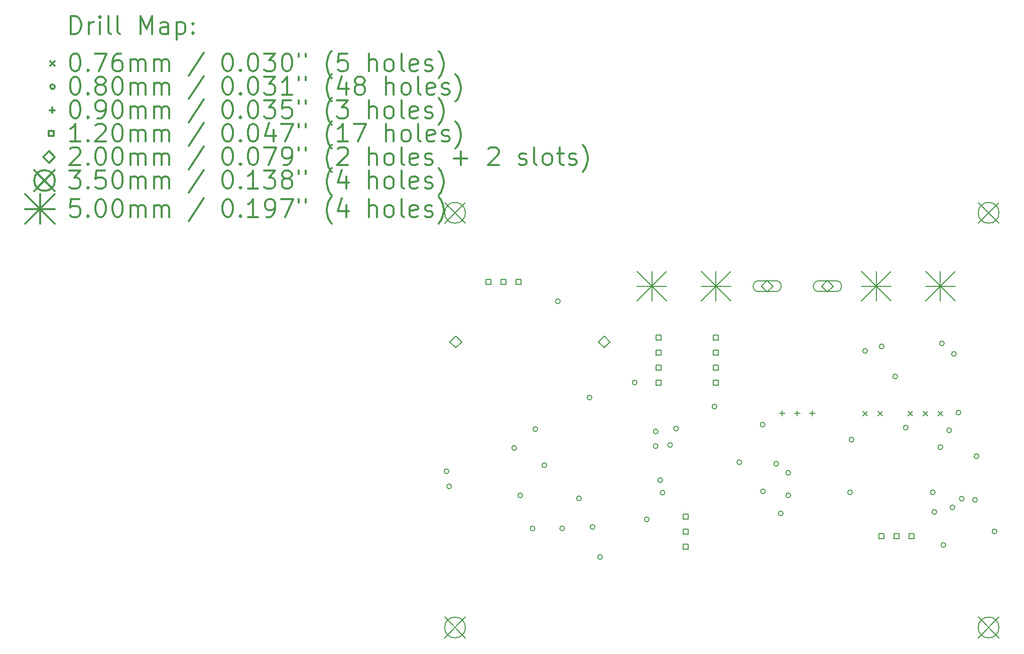
<source format=gbr>
%FSLAX45Y45*%
G04 Gerber Fmt 4.5, Leading zero omitted, Abs format (unit mm)*
G04 Created by KiCad (PCBNEW (2014-11-19 BZR 5293)-product) date Mo 24 Nov 2014 23:56:13 CET*
%MOMM*%
G01*
G04 APERTURE LIST*
%ADD10C,0.127000*%
%ADD11C,0.200000*%
%ADD12C,0.300000*%
G04 APERTURE END LIST*
D10*
D11*
X13627100Y-6832600D02*
X13703300Y-6908800D01*
X13703300Y-6832600D02*
X13627100Y-6908800D01*
X13881100Y-6832600D02*
X13957300Y-6908800D01*
X13957300Y-6832600D02*
X13881100Y-6908800D01*
X14389100Y-6832600D02*
X14465300Y-6908800D01*
X14465300Y-6832600D02*
X14389100Y-6908800D01*
X14643100Y-6832600D02*
X14719300Y-6908800D01*
X14719300Y-6832600D02*
X14643100Y-6908800D01*
X14897100Y-6832600D02*
X14973300Y-6908800D01*
X14973300Y-6832600D02*
X14897100Y-6908800D01*
X6644000Y-7848600D02*
G75*
G03X6644000Y-7848600I-40000J0D01*
G01*
X6688442Y-8102383D02*
G75*
G03X6688442Y-8102383I-40000J0D01*
G01*
X7787000Y-7454900D02*
G75*
G03X7787000Y-7454900I-40000J0D01*
G01*
X7888600Y-8255000D02*
G75*
G03X7888600Y-8255000I-40000J0D01*
G01*
X8095800Y-8813800D02*
G75*
G03X8095800Y-8813800I-40000J0D01*
G01*
X8142600Y-7137400D02*
G75*
G03X8142600Y-7137400I-40000J0D01*
G01*
X8295000Y-7747000D02*
G75*
G03X8295000Y-7747000I-40000J0D01*
G01*
X8523600Y-4978400D02*
G75*
G03X8523600Y-4978400I-40000J0D01*
G01*
X8595800Y-8813800D02*
G75*
G03X8595800Y-8813800I-40000J0D01*
G01*
X8879200Y-8305800D02*
G75*
G03X8879200Y-8305800I-40000J0D01*
G01*
X9057000Y-6604000D02*
G75*
G03X9057000Y-6604000I-40000J0D01*
G01*
X9107800Y-8788400D02*
G75*
G03X9107800Y-8788400I-40000J0D01*
G01*
X9234800Y-9296400D02*
G75*
G03X9234800Y-9296400I-40000J0D01*
G01*
X9819000Y-6350000D02*
G75*
G03X9819000Y-6350000I-40000J0D01*
G01*
X10022200Y-8661400D02*
G75*
G03X10022200Y-8661400I-40000J0D01*
G01*
X10172414Y-7423183D02*
G75*
G03X10172414Y-7423183I-40000J0D01*
G01*
X10174600Y-7175500D02*
G75*
G03X10174600Y-7175500I-40000J0D01*
G01*
X10248639Y-7997926D02*
G75*
G03X10248639Y-7997926I-40000J0D01*
G01*
X10288880Y-8208780D02*
G75*
G03X10288880Y-8208780I-40000J0D01*
G01*
X10415900Y-7404100D02*
G75*
G03X10415900Y-7404100I-40000J0D01*
G01*
X10518532Y-7126433D02*
G75*
G03X10518532Y-7126433I-40000J0D01*
G01*
X11165200Y-6756400D02*
G75*
G03X11165200Y-6756400I-40000J0D01*
G01*
X11584300Y-7696200D02*
G75*
G03X11584300Y-7696200I-40000J0D01*
G01*
X11978000Y-7061200D02*
G75*
G03X11978000Y-7061200I-40000J0D01*
G01*
X11982994Y-8188193D02*
G75*
G03X11982994Y-8188193I-40000J0D01*
G01*
X12206600Y-7721600D02*
G75*
G03X12206600Y-7721600I-40000J0D01*
G01*
X12282800Y-8559800D02*
G75*
G03X12282800Y-8559800I-40000J0D01*
G01*
X12409800Y-7874000D02*
G75*
G03X12409800Y-7874000I-40000J0D01*
G01*
X12409800Y-8255000D02*
G75*
G03X12409800Y-8255000I-40000J0D01*
G01*
X13451200Y-8204200D02*
G75*
G03X13451200Y-8204200I-40000J0D01*
G01*
X13476600Y-7315200D02*
G75*
G03X13476600Y-7315200I-40000J0D01*
G01*
X13705200Y-5816600D02*
G75*
G03X13705200Y-5816600I-40000J0D01*
G01*
X13984600Y-5740400D02*
G75*
G03X13984600Y-5740400I-40000J0D01*
G01*
X14213200Y-6248400D02*
G75*
G03X14213200Y-6248400I-40000J0D01*
G01*
X14391000Y-7112000D02*
G75*
G03X14391000Y-7112000I-40000J0D01*
G01*
X14848200Y-8204200D02*
G75*
G03X14848200Y-8204200I-40000J0D01*
G01*
X14873600Y-8534400D02*
G75*
G03X14873600Y-8534400I-40000J0D01*
G01*
X14975200Y-7442200D02*
G75*
G03X14975200Y-7442200I-40000J0D01*
G01*
X15000600Y-5689600D02*
G75*
G03X15000600Y-5689600I-40000J0D01*
G01*
X15026000Y-9093200D02*
G75*
G03X15026000Y-9093200I-40000J0D01*
G01*
X15123800Y-7156896D02*
G75*
G03X15123800Y-7156896I-40000J0D01*
G01*
X15178400Y-8458200D02*
G75*
G03X15178400Y-8458200I-40000J0D01*
G01*
X15203800Y-5867400D02*
G75*
G03X15203800Y-5867400I-40000J0D01*
G01*
X15280000Y-6858000D02*
G75*
G03X15280000Y-6858000I-40000J0D01*
G01*
X15335479Y-8310479D02*
G75*
G03X15335479Y-8310479I-40000J0D01*
G01*
X15559400Y-8331200D02*
G75*
G03X15559400Y-8331200I-40000J0D01*
G01*
X15584800Y-7594600D02*
G75*
G03X15584800Y-7594600I-40000J0D01*
G01*
X15889600Y-8864600D02*
G75*
G03X15889600Y-8864600I-40000J0D01*
G01*
X12268200Y-6825700D02*
X12268200Y-6915700D01*
X12223200Y-6870700D02*
X12313200Y-6870700D01*
X12522200Y-6825700D02*
X12522200Y-6915700D01*
X12477200Y-6870700D02*
X12567200Y-6870700D01*
X12776200Y-6825700D02*
X12776200Y-6915700D01*
X12731200Y-6870700D02*
X12821200Y-6870700D01*
X7357587Y-4690587D02*
X7357587Y-4605813D01*
X7272813Y-4605813D01*
X7272813Y-4690587D01*
X7357587Y-4690587D01*
X7611587Y-4690587D02*
X7611587Y-4605813D01*
X7526813Y-4605813D01*
X7526813Y-4690587D01*
X7611587Y-4690587D01*
X7865587Y-4690587D02*
X7865587Y-4605813D01*
X7780813Y-4605813D01*
X7780813Y-4690587D01*
X7865587Y-4690587D01*
X10227787Y-5630387D02*
X10227787Y-5545613D01*
X10143013Y-5545613D01*
X10143013Y-5630387D01*
X10227787Y-5630387D01*
X10227787Y-5884387D02*
X10227787Y-5799613D01*
X10143013Y-5799613D01*
X10143013Y-5884387D01*
X10227787Y-5884387D01*
X10227787Y-6138387D02*
X10227787Y-6053613D01*
X10143013Y-6053613D01*
X10143013Y-6138387D01*
X10227787Y-6138387D01*
X10227787Y-6392387D02*
X10227787Y-6307613D01*
X10143013Y-6307613D01*
X10143013Y-6392387D01*
X10227787Y-6392387D01*
X10684987Y-8652987D02*
X10684987Y-8568213D01*
X10600213Y-8568213D01*
X10600213Y-8652987D01*
X10684987Y-8652987D01*
X10684987Y-8906987D02*
X10684987Y-8822213D01*
X10600213Y-8822213D01*
X10600213Y-8906987D01*
X10684987Y-8906987D01*
X10684987Y-9160987D02*
X10684987Y-9076213D01*
X10600213Y-9076213D01*
X10600213Y-9160987D01*
X10684987Y-9160987D01*
X11192987Y-5630387D02*
X11192987Y-5545613D01*
X11108213Y-5545613D01*
X11108213Y-5630387D01*
X11192987Y-5630387D01*
X11192987Y-5884387D02*
X11192987Y-5799613D01*
X11108213Y-5799613D01*
X11108213Y-5884387D01*
X11192987Y-5884387D01*
X11192987Y-6138387D02*
X11192987Y-6053613D01*
X11108213Y-6053613D01*
X11108213Y-6138387D01*
X11192987Y-6138387D01*
X11192987Y-6392387D02*
X11192987Y-6307613D01*
X11108213Y-6307613D01*
X11108213Y-6392387D01*
X11192987Y-6392387D01*
X13986987Y-8983187D02*
X13986987Y-8898413D01*
X13902213Y-8898413D01*
X13902213Y-8983187D01*
X13986987Y-8983187D01*
X14240987Y-8983187D02*
X14240987Y-8898413D01*
X14156213Y-8898413D01*
X14156213Y-8983187D01*
X14240987Y-8983187D01*
X14494987Y-8983187D02*
X14494987Y-8898413D01*
X14410213Y-8898413D01*
X14410213Y-8983187D01*
X14494987Y-8983187D01*
X6763766Y-5764200D02*
X6863766Y-5664200D01*
X6763766Y-5564200D01*
X6663766Y-5664200D01*
X6763766Y-5764200D01*
X9263634Y-5764200D02*
X9363634Y-5664200D01*
X9263634Y-5564200D01*
X9163634Y-5664200D01*
X9263634Y-5764200D01*
X12014200Y-4824400D02*
X12114200Y-4724400D01*
X12014200Y-4624400D01*
X11914200Y-4724400D01*
X12014200Y-4824400D01*
X11864200Y-4814400D02*
X12164200Y-4814400D01*
X11864200Y-4634400D02*
X12164200Y-4634400D01*
X12164200Y-4814400D02*
G75*
G03X12164200Y-4634400I0J90000D01*
G01*
X11864200Y-4634400D02*
G75*
G03X11864200Y-4814400I0J-90000D01*
G01*
X13030200Y-4824400D02*
X13130200Y-4724400D01*
X13030200Y-4624400D01*
X12930200Y-4724400D01*
X13030200Y-4824400D01*
X12880200Y-4814400D02*
X13180200Y-4814400D01*
X12880200Y-4634400D02*
X13180200Y-4634400D01*
X13180200Y-4814400D02*
G75*
G03X13180200Y-4634400I0J90000D01*
G01*
X12880200Y-4634400D02*
G75*
G03X12880200Y-4814400I0J-90000D01*
G01*
X6573520Y-3310382D02*
X6923532Y-3660394D01*
X6923532Y-3310382D02*
X6573520Y-3660394D01*
X6923532Y-3485388D02*
G75*
G03X6923532Y-3485388I-175006J0D01*
G01*
X6573520Y-10310368D02*
X6923532Y-10660380D01*
X6923532Y-10310368D02*
X6573520Y-10660380D01*
X6923532Y-10485374D02*
G75*
G03X6923532Y-10485374I-175006J0D01*
G01*
X15573502Y-3310382D02*
X15923514Y-3660394D01*
X15923514Y-3310382D02*
X15573502Y-3660394D01*
X15923514Y-3485388D02*
G75*
G03X15923514Y-3485388I-175006J0D01*
G01*
X15573502Y-10310368D02*
X15923514Y-10660380D01*
X15923514Y-10310368D02*
X15573502Y-10660380D01*
X15923514Y-10485374D02*
G75*
G03X15923514Y-10485374I-175006J0D01*
G01*
X9821100Y-4474400D02*
X10321100Y-4974400D01*
X10321100Y-4474400D02*
X9821100Y-4974400D01*
X10071100Y-4474400D02*
X10071100Y-4974400D01*
X9821100Y-4724400D02*
X10321100Y-4724400D01*
X10900600Y-4474400D02*
X11400600Y-4974400D01*
X11400600Y-4474400D02*
X10900600Y-4974400D01*
X11150600Y-4474400D02*
X11150600Y-4974400D01*
X10900600Y-4724400D02*
X11400600Y-4724400D01*
X13605700Y-4474400D02*
X14105700Y-4974400D01*
X14105700Y-4474400D02*
X13605700Y-4974400D01*
X13855700Y-4474400D02*
X13855700Y-4974400D01*
X13605700Y-4724400D02*
X14105700Y-4724400D01*
X14685200Y-4474400D02*
X15185200Y-4974400D01*
X15185200Y-4474400D02*
X14685200Y-4974400D01*
X14935200Y-4474400D02*
X14935200Y-4974400D01*
X14685200Y-4724400D02*
X15185200Y-4724400D01*
D12*
X271429Y-465714D02*
X271429Y-165714D01*
X342857Y-165714D01*
X385714Y-180000D01*
X414286Y-208571D01*
X428571Y-237143D01*
X442857Y-294286D01*
X442857Y-337143D01*
X428571Y-394286D01*
X414286Y-422857D01*
X385714Y-451429D01*
X342857Y-465714D01*
X271429Y-465714D01*
X571429Y-465714D02*
X571429Y-265714D01*
X571429Y-322857D02*
X585714Y-294286D01*
X600000Y-280000D01*
X628571Y-265714D01*
X657143Y-265714D01*
X757143Y-465714D02*
X757143Y-265714D01*
X757143Y-165714D02*
X742857Y-180000D01*
X757143Y-194286D01*
X771429Y-180000D01*
X757143Y-165714D01*
X757143Y-194286D01*
X942857Y-465714D02*
X914286Y-451429D01*
X900000Y-422857D01*
X900000Y-165714D01*
X1100000Y-465714D02*
X1071429Y-451429D01*
X1057143Y-422857D01*
X1057143Y-165714D01*
X1442857Y-465714D02*
X1442857Y-165714D01*
X1542857Y-380000D01*
X1642857Y-165714D01*
X1642857Y-465714D01*
X1914286Y-465714D02*
X1914286Y-308571D01*
X1900000Y-280000D01*
X1871429Y-265714D01*
X1814286Y-265714D01*
X1785714Y-280000D01*
X1914286Y-451429D02*
X1885714Y-465714D01*
X1814286Y-465714D01*
X1785714Y-451429D01*
X1771429Y-422857D01*
X1771429Y-394286D01*
X1785714Y-365714D01*
X1814286Y-351429D01*
X1885714Y-351429D01*
X1914286Y-337143D01*
X2057143Y-265714D02*
X2057143Y-565714D01*
X2057143Y-280000D02*
X2085714Y-265714D01*
X2142857Y-265714D01*
X2171429Y-280000D01*
X2185714Y-294286D01*
X2200000Y-322857D01*
X2200000Y-408571D01*
X2185714Y-437143D01*
X2171429Y-451429D01*
X2142857Y-465714D01*
X2085714Y-465714D01*
X2057143Y-451429D01*
X2328572Y-437143D02*
X2342857Y-451429D01*
X2328572Y-465714D01*
X2314286Y-451429D01*
X2328572Y-437143D01*
X2328572Y-465714D01*
X2328572Y-280000D02*
X2342857Y-294286D01*
X2328572Y-308571D01*
X2314286Y-294286D01*
X2328572Y-280000D01*
X2328572Y-308571D01*
X-76200Y-921900D02*
X0Y-998100D01*
X0Y-921900D02*
X-76200Y-998100D01*
X328571Y-795714D02*
X357143Y-795714D01*
X385714Y-810000D01*
X400000Y-824286D01*
X414286Y-852857D01*
X428571Y-910000D01*
X428571Y-981429D01*
X414286Y-1038571D01*
X400000Y-1067143D01*
X385714Y-1081429D01*
X357143Y-1095714D01*
X328571Y-1095714D01*
X300000Y-1081429D01*
X285714Y-1067143D01*
X271429Y-1038571D01*
X257143Y-981429D01*
X257143Y-910000D01*
X271429Y-852857D01*
X285714Y-824286D01*
X300000Y-810000D01*
X328571Y-795714D01*
X557143Y-1067143D02*
X571429Y-1081429D01*
X557143Y-1095714D01*
X542857Y-1081429D01*
X557143Y-1067143D01*
X557143Y-1095714D01*
X671429Y-795714D02*
X871428Y-795714D01*
X742857Y-1095714D01*
X1114286Y-795714D02*
X1057143Y-795714D01*
X1028571Y-810000D01*
X1014286Y-824286D01*
X985714Y-867143D01*
X971429Y-924286D01*
X971429Y-1038571D01*
X985714Y-1067143D01*
X1000000Y-1081429D01*
X1028571Y-1095714D01*
X1085714Y-1095714D01*
X1114286Y-1081429D01*
X1128571Y-1067143D01*
X1142857Y-1038571D01*
X1142857Y-967143D01*
X1128571Y-938571D01*
X1114286Y-924286D01*
X1085714Y-910000D01*
X1028571Y-910000D01*
X1000000Y-924286D01*
X985714Y-938571D01*
X971429Y-967143D01*
X1271429Y-1095714D02*
X1271429Y-895714D01*
X1271429Y-924286D02*
X1285714Y-910000D01*
X1314286Y-895714D01*
X1357143Y-895714D01*
X1385714Y-910000D01*
X1400000Y-938571D01*
X1400000Y-1095714D01*
X1400000Y-938571D02*
X1414286Y-910000D01*
X1442857Y-895714D01*
X1485714Y-895714D01*
X1514286Y-910000D01*
X1528571Y-938571D01*
X1528571Y-1095714D01*
X1671429Y-1095714D02*
X1671429Y-895714D01*
X1671429Y-924286D02*
X1685714Y-910000D01*
X1714286Y-895714D01*
X1757143Y-895714D01*
X1785714Y-910000D01*
X1800000Y-938571D01*
X1800000Y-1095714D01*
X1800000Y-938571D02*
X1814286Y-910000D01*
X1842857Y-895714D01*
X1885714Y-895714D01*
X1914286Y-910000D01*
X1928571Y-938571D01*
X1928571Y-1095714D01*
X2514286Y-781429D02*
X2257143Y-1167143D01*
X2900000Y-795714D02*
X2928571Y-795714D01*
X2957143Y-810000D01*
X2971428Y-824286D01*
X2985714Y-852857D01*
X3000000Y-910000D01*
X3000000Y-981429D01*
X2985714Y-1038571D01*
X2971428Y-1067143D01*
X2957143Y-1081429D01*
X2928571Y-1095714D01*
X2900000Y-1095714D01*
X2871428Y-1081429D01*
X2857143Y-1067143D01*
X2842857Y-1038571D01*
X2828571Y-981429D01*
X2828571Y-910000D01*
X2842857Y-852857D01*
X2857143Y-824286D01*
X2871428Y-810000D01*
X2900000Y-795714D01*
X3128571Y-1067143D02*
X3142857Y-1081429D01*
X3128571Y-1095714D01*
X3114286Y-1081429D01*
X3128571Y-1067143D01*
X3128571Y-1095714D01*
X3328571Y-795714D02*
X3357143Y-795714D01*
X3385714Y-810000D01*
X3400000Y-824286D01*
X3414286Y-852857D01*
X3428571Y-910000D01*
X3428571Y-981429D01*
X3414286Y-1038571D01*
X3400000Y-1067143D01*
X3385714Y-1081429D01*
X3357143Y-1095714D01*
X3328571Y-1095714D01*
X3300000Y-1081429D01*
X3285714Y-1067143D01*
X3271428Y-1038571D01*
X3257143Y-981429D01*
X3257143Y-910000D01*
X3271428Y-852857D01*
X3285714Y-824286D01*
X3300000Y-810000D01*
X3328571Y-795714D01*
X3528571Y-795714D02*
X3714286Y-795714D01*
X3614286Y-910000D01*
X3657143Y-910000D01*
X3685714Y-924286D01*
X3700000Y-938571D01*
X3714286Y-967143D01*
X3714286Y-1038571D01*
X3700000Y-1067143D01*
X3685714Y-1081429D01*
X3657143Y-1095714D01*
X3571428Y-1095714D01*
X3542857Y-1081429D01*
X3528571Y-1067143D01*
X3900000Y-795714D02*
X3928571Y-795714D01*
X3957143Y-810000D01*
X3971428Y-824286D01*
X3985714Y-852857D01*
X4000000Y-910000D01*
X4000000Y-981429D01*
X3985714Y-1038571D01*
X3971428Y-1067143D01*
X3957143Y-1081429D01*
X3928571Y-1095714D01*
X3900000Y-1095714D01*
X3871428Y-1081429D01*
X3857143Y-1067143D01*
X3842857Y-1038571D01*
X3828571Y-981429D01*
X3828571Y-910000D01*
X3842857Y-852857D01*
X3857143Y-824286D01*
X3871428Y-810000D01*
X3900000Y-795714D01*
X4114286Y-795714D02*
X4114286Y-852857D01*
X4228571Y-795714D02*
X4228571Y-852857D01*
X4671429Y-1210000D02*
X4657143Y-1195714D01*
X4628571Y-1152857D01*
X4614286Y-1124286D01*
X4600000Y-1081429D01*
X4585714Y-1010000D01*
X4585714Y-952857D01*
X4600000Y-881429D01*
X4614286Y-838571D01*
X4628571Y-810000D01*
X4657143Y-767143D01*
X4671429Y-752857D01*
X4928571Y-795714D02*
X4785714Y-795714D01*
X4771429Y-938571D01*
X4785714Y-924286D01*
X4814286Y-910000D01*
X4885714Y-910000D01*
X4914286Y-924286D01*
X4928571Y-938571D01*
X4942857Y-967143D01*
X4942857Y-1038571D01*
X4928571Y-1067143D01*
X4914286Y-1081429D01*
X4885714Y-1095714D01*
X4814286Y-1095714D01*
X4785714Y-1081429D01*
X4771429Y-1067143D01*
X5300000Y-1095714D02*
X5300000Y-795714D01*
X5428571Y-1095714D02*
X5428571Y-938571D01*
X5414286Y-910000D01*
X5385714Y-895714D01*
X5342857Y-895714D01*
X5314286Y-910000D01*
X5300000Y-924286D01*
X5614286Y-1095714D02*
X5585714Y-1081429D01*
X5571429Y-1067143D01*
X5557143Y-1038571D01*
X5557143Y-952857D01*
X5571429Y-924286D01*
X5585714Y-910000D01*
X5614286Y-895714D01*
X5657143Y-895714D01*
X5685714Y-910000D01*
X5700000Y-924286D01*
X5714286Y-952857D01*
X5714286Y-1038571D01*
X5700000Y-1067143D01*
X5685714Y-1081429D01*
X5657143Y-1095714D01*
X5614286Y-1095714D01*
X5885714Y-1095714D02*
X5857143Y-1081429D01*
X5842857Y-1052857D01*
X5842857Y-795714D01*
X6114286Y-1081429D02*
X6085714Y-1095714D01*
X6028571Y-1095714D01*
X6000000Y-1081429D01*
X5985714Y-1052857D01*
X5985714Y-938571D01*
X6000000Y-910000D01*
X6028571Y-895714D01*
X6085714Y-895714D01*
X6114286Y-910000D01*
X6128571Y-938571D01*
X6128571Y-967143D01*
X5985714Y-995714D01*
X6242857Y-1081429D02*
X6271429Y-1095714D01*
X6328571Y-1095714D01*
X6357143Y-1081429D01*
X6371429Y-1052857D01*
X6371429Y-1038571D01*
X6357143Y-1010000D01*
X6328571Y-995714D01*
X6285714Y-995714D01*
X6257143Y-981429D01*
X6242857Y-952857D01*
X6242857Y-938571D01*
X6257143Y-910000D01*
X6285714Y-895714D01*
X6328571Y-895714D01*
X6357143Y-910000D01*
X6471428Y-1210000D02*
X6485714Y-1195714D01*
X6514286Y-1152857D01*
X6528571Y-1124286D01*
X6542857Y-1081429D01*
X6557143Y-1010000D01*
X6557143Y-952857D01*
X6542857Y-881429D01*
X6528571Y-838571D01*
X6514286Y-810000D01*
X6485714Y-767143D01*
X6471428Y-752857D01*
X0Y-1356000D02*
G75*
G03X0Y-1356000I-40000J0D01*
G01*
X328571Y-1191714D02*
X357143Y-1191714D01*
X385714Y-1206000D01*
X400000Y-1220286D01*
X414286Y-1248857D01*
X428571Y-1306000D01*
X428571Y-1377429D01*
X414286Y-1434571D01*
X400000Y-1463143D01*
X385714Y-1477429D01*
X357143Y-1491714D01*
X328571Y-1491714D01*
X300000Y-1477429D01*
X285714Y-1463143D01*
X271429Y-1434571D01*
X257143Y-1377429D01*
X257143Y-1306000D01*
X271429Y-1248857D01*
X285714Y-1220286D01*
X300000Y-1206000D01*
X328571Y-1191714D01*
X557143Y-1463143D02*
X571429Y-1477429D01*
X557143Y-1491714D01*
X542857Y-1477429D01*
X557143Y-1463143D01*
X557143Y-1491714D01*
X742857Y-1320286D02*
X714286Y-1306000D01*
X700000Y-1291714D01*
X685714Y-1263143D01*
X685714Y-1248857D01*
X700000Y-1220286D01*
X714286Y-1206000D01*
X742857Y-1191714D01*
X800000Y-1191714D01*
X828571Y-1206000D01*
X842857Y-1220286D01*
X857143Y-1248857D01*
X857143Y-1263143D01*
X842857Y-1291714D01*
X828571Y-1306000D01*
X800000Y-1320286D01*
X742857Y-1320286D01*
X714286Y-1334571D01*
X700000Y-1348857D01*
X685714Y-1377429D01*
X685714Y-1434571D01*
X700000Y-1463143D01*
X714286Y-1477429D01*
X742857Y-1491714D01*
X800000Y-1491714D01*
X828571Y-1477429D01*
X842857Y-1463143D01*
X857143Y-1434571D01*
X857143Y-1377429D01*
X842857Y-1348857D01*
X828571Y-1334571D01*
X800000Y-1320286D01*
X1042857Y-1191714D02*
X1071429Y-1191714D01*
X1100000Y-1206000D01*
X1114286Y-1220286D01*
X1128571Y-1248857D01*
X1142857Y-1306000D01*
X1142857Y-1377429D01*
X1128571Y-1434571D01*
X1114286Y-1463143D01*
X1100000Y-1477429D01*
X1071429Y-1491714D01*
X1042857Y-1491714D01*
X1014286Y-1477429D01*
X1000000Y-1463143D01*
X985714Y-1434571D01*
X971429Y-1377429D01*
X971429Y-1306000D01*
X985714Y-1248857D01*
X1000000Y-1220286D01*
X1014286Y-1206000D01*
X1042857Y-1191714D01*
X1271429Y-1491714D02*
X1271429Y-1291714D01*
X1271429Y-1320286D02*
X1285714Y-1306000D01*
X1314286Y-1291714D01*
X1357143Y-1291714D01*
X1385714Y-1306000D01*
X1400000Y-1334571D01*
X1400000Y-1491714D01*
X1400000Y-1334571D02*
X1414286Y-1306000D01*
X1442857Y-1291714D01*
X1485714Y-1291714D01*
X1514286Y-1306000D01*
X1528571Y-1334571D01*
X1528571Y-1491714D01*
X1671429Y-1491714D02*
X1671429Y-1291714D01*
X1671429Y-1320286D02*
X1685714Y-1306000D01*
X1714286Y-1291714D01*
X1757143Y-1291714D01*
X1785714Y-1306000D01*
X1800000Y-1334571D01*
X1800000Y-1491714D01*
X1800000Y-1334571D02*
X1814286Y-1306000D01*
X1842857Y-1291714D01*
X1885714Y-1291714D01*
X1914286Y-1306000D01*
X1928571Y-1334571D01*
X1928571Y-1491714D01*
X2514286Y-1177429D02*
X2257143Y-1563143D01*
X2900000Y-1191714D02*
X2928571Y-1191714D01*
X2957143Y-1206000D01*
X2971428Y-1220286D01*
X2985714Y-1248857D01*
X3000000Y-1306000D01*
X3000000Y-1377429D01*
X2985714Y-1434571D01*
X2971428Y-1463143D01*
X2957143Y-1477429D01*
X2928571Y-1491714D01*
X2900000Y-1491714D01*
X2871428Y-1477429D01*
X2857143Y-1463143D01*
X2842857Y-1434571D01*
X2828571Y-1377429D01*
X2828571Y-1306000D01*
X2842857Y-1248857D01*
X2857143Y-1220286D01*
X2871428Y-1206000D01*
X2900000Y-1191714D01*
X3128571Y-1463143D02*
X3142857Y-1477429D01*
X3128571Y-1491714D01*
X3114286Y-1477429D01*
X3128571Y-1463143D01*
X3128571Y-1491714D01*
X3328571Y-1191714D02*
X3357143Y-1191714D01*
X3385714Y-1206000D01*
X3400000Y-1220286D01*
X3414286Y-1248857D01*
X3428571Y-1306000D01*
X3428571Y-1377429D01*
X3414286Y-1434571D01*
X3400000Y-1463143D01*
X3385714Y-1477429D01*
X3357143Y-1491714D01*
X3328571Y-1491714D01*
X3300000Y-1477429D01*
X3285714Y-1463143D01*
X3271428Y-1434571D01*
X3257143Y-1377429D01*
X3257143Y-1306000D01*
X3271428Y-1248857D01*
X3285714Y-1220286D01*
X3300000Y-1206000D01*
X3328571Y-1191714D01*
X3528571Y-1191714D02*
X3714286Y-1191714D01*
X3614286Y-1306000D01*
X3657143Y-1306000D01*
X3685714Y-1320286D01*
X3700000Y-1334571D01*
X3714286Y-1363143D01*
X3714286Y-1434571D01*
X3700000Y-1463143D01*
X3685714Y-1477429D01*
X3657143Y-1491714D01*
X3571428Y-1491714D01*
X3542857Y-1477429D01*
X3528571Y-1463143D01*
X4000000Y-1491714D02*
X3828571Y-1491714D01*
X3914286Y-1491714D02*
X3914286Y-1191714D01*
X3885714Y-1234571D01*
X3857143Y-1263143D01*
X3828571Y-1277429D01*
X4114286Y-1191714D02*
X4114286Y-1248857D01*
X4228571Y-1191714D02*
X4228571Y-1248857D01*
X4671429Y-1606000D02*
X4657143Y-1591714D01*
X4628571Y-1548857D01*
X4614286Y-1520286D01*
X4600000Y-1477429D01*
X4585714Y-1406000D01*
X4585714Y-1348857D01*
X4600000Y-1277429D01*
X4614286Y-1234571D01*
X4628571Y-1206000D01*
X4657143Y-1163143D01*
X4671429Y-1148857D01*
X4914286Y-1291714D02*
X4914286Y-1491714D01*
X4842857Y-1177429D02*
X4771429Y-1391714D01*
X4957143Y-1391714D01*
X5114286Y-1320286D02*
X5085714Y-1306000D01*
X5071429Y-1291714D01*
X5057143Y-1263143D01*
X5057143Y-1248857D01*
X5071429Y-1220286D01*
X5085714Y-1206000D01*
X5114286Y-1191714D01*
X5171429Y-1191714D01*
X5200000Y-1206000D01*
X5214286Y-1220286D01*
X5228571Y-1248857D01*
X5228571Y-1263143D01*
X5214286Y-1291714D01*
X5200000Y-1306000D01*
X5171429Y-1320286D01*
X5114286Y-1320286D01*
X5085714Y-1334571D01*
X5071429Y-1348857D01*
X5057143Y-1377429D01*
X5057143Y-1434571D01*
X5071429Y-1463143D01*
X5085714Y-1477429D01*
X5114286Y-1491714D01*
X5171429Y-1491714D01*
X5200000Y-1477429D01*
X5214286Y-1463143D01*
X5228571Y-1434571D01*
X5228571Y-1377429D01*
X5214286Y-1348857D01*
X5200000Y-1334571D01*
X5171429Y-1320286D01*
X5585714Y-1491714D02*
X5585714Y-1191714D01*
X5714286Y-1491714D02*
X5714286Y-1334571D01*
X5700000Y-1306000D01*
X5671428Y-1291714D01*
X5628571Y-1291714D01*
X5600000Y-1306000D01*
X5585714Y-1320286D01*
X5900000Y-1491714D02*
X5871428Y-1477429D01*
X5857143Y-1463143D01*
X5842857Y-1434571D01*
X5842857Y-1348857D01*
X5857143Y-1320286D01*
X5871428Y-1306000D01*
X5900000Y-1291714D01*
X5942857Y-1291714D01*
X5971428Y-1306000D01*
X5985714Y-1320286D01*
X6000000Y-1348857D01*
X6000000Y-1434571D01*
X5985714Y-1463143D01*
X5971428Y-1477429D01*
X5942857Y-1491714D01*
X5900000Y-1491714D01*
X6171428Y-1491714D02*
X6142857Y-1477429D01*
X6128571Y-1448857D01*
X6128571Y-1191714D01*
X6400000Y-1477429D02*
X6371429Y-1491714D01*
X6314286Y-1491714D01*
X6285714Y-1477429D01*
X6271429Y-1448857D01*
X6271429Y-1334571D01*
X6285714Y-1306000D01*
X6314286Y-1291714D01*
X6371429Y-1291714D01*
X6400000Y-1306000D01*
X6414286Y-1334571D01*
X6414286Y-1363143D01*
X6271429Y-1391714D01*
X6528571Y-1477429D02*
X6557143Y-1491714D01*
X6614286Y-1491714D01*
X6642857Y-1477429D01*
X6657143Y-1448857D01*
X6657143Y-1434571D01*
X6642857Y-1406000D01*
X6614286Y-1391714D01*
X6571429Y-1391714D01*
X6542857Y-1377429D01*
X6528571Y-1348857D01*
X6528571Y-1334571D01*
X6542857Y-1306000D01*
X6571429Y-1291714D01*
X6614286Y-1291714D01*
X6642857Y-1306000D01*
X6757143Y-1606000D02*
X6771429Y-1591714D01*
X6800000Y-1548857D01*
X6814286Y-1520286D01*
X6828571Y-1477429D01*
X6842857Y-1406000D01*
X6842857Y-1348857D01*
X6828571Y-1277429D01*
X6814286Y-1234571D01*
X6800000Y-1206000D01*
X6771429Y-1163143D01*
X6757143Y-1148857D01*
X-45000Y-1707000D02*
X-45000Y-1797000D01*
X-90000Y-1752000D02*
X0Y-1752000D01*
X328571Y-1587714D02*
X357143Y-1587714D01*
X385714Y-1602000D01*
X400000Y-1616286D01*
X414286Y-1644857D01*
X428571Y-1702000D01*
X428571Y-1773429D01*
X414286Y-1830571D01*
X400000Y-1859143D01*
X385714Y-1873429D01*
X357143Y-1887714D01*
X328571Y-1887714D01*
X300000Y-1873429D01*
X285714Y-1859143D01*
X271429Y-1830571D01*
X257143Y-1773429D01*
X257143Y-1702000D01*
X271429Y-1644857D01*
X285714Y-1616286D01*
X300000Y-1602000D01*
X328571Y-1587714D01*
X557143Y-1859143D02*
X571429Y-1873429D01*
X557143Y-1887714D01*
X542857Y-1873429D01*
X557143Y-1859143D01*
X557143Y-1887714D01*
X714286Y-1887714D02*
X771428Y-1887714D01*
X800000Y-1873429D01*
X814286Y-1859143D01*
X842857Y-1816286D01*
X857143Y-1759143D01*
X857143Y-1644857D01*
X842857Y-1616286D01*
X828571Y-1602000D01*
X800000Y-1587714D01*
X742857Y-1587714D01*
X714286Y-1602000D01*
X700000Y-1616286D01*
X685714Y-1644857D01*
X685714Y-1716286D01*
X700000Y-1744857D01*
X714286Y-1759143D01*
X742857Y-1773429D01*
X800000Y-1773429D01*
X828571Y-1759143D01*
X842857Y-1744857D01*
X857143Y-1716286D01*
X1042857Y-1587714D02*
X1071429Y-1587714D01*
X1100000Y-1602000D01*
X1114286Y-1616286D01*
X1128571Y-1644857D01*
X1142857Y-1702000D01*
X1142857Y-1773429D01*
X1128571Y-1830571D01*
X1114286Y-1859143D01*
X1100000Y-1873429D01*
X1071429Y-1887714D01*
X1042857Y-1887714D01*
X1014286Y-1873429D01*
X1000000Y-1859143D01*
X985714Y-1830571D01*
X971429Y-1773429D01*
X971429Y-1702000D01*
X985714Y-1644857D01*
X1000000Y-1616286D01*
X1014286Y-1602000D01*
X1042857Y-1587714D01*
X1271429Y-1887714D02*
X1271429Y-1687714D01*
X1271429Y-1716286D02*
X1285714Y-1702000D01*
X1314286Y-1687714D01*
X1357143Y-1687714D01*
X1385714Y-1702000D01*
X1400000Y-1730571D01*
X1400000Y-1887714D01*
X1400000Y-1730571D02*
X1414286Y-1702000D01*
X1442857Y-1687714D01*
X1485714Y-1687714D01*
X1514286Y-1702000D01*
X1528571Y-1730571D01*
X1528571Y-1887714D01*
X1671429Y-1887714D02*
X1671429Y-1687714D01*
X1671429Y-1716286D02*
X1685714Y-1702000D01*
X1714286Y-1687714D01*
X1757143Y-1687714D01*
X1785714Y-1702000D01*
X1800000Y-1730571D01*
X1800000Y-1887714D01*
X1800000Y-1730571D02*
X1814286Y-1702000D01*
X1842857Y-1687714D01*
X1885714Y-1687714D01*
X1914286Y-1702000D01*
X1928571Y-1730571D01*
X1928571Y-1887714D01*
X2514286Y-1573429D02*
X2257143Y-1959143D01*
X2900000Y-1587714D02*
X2928571Y-1587714D01*
X2957143Y-1602000D01*
X2971428Y-1616286D01*
X2985714Y-1644857D01*
X3000000Y-1702000D01*
X3000000Y-1773429D01*
X2985714Y-1830571D01*
X2971428Y-1859143D01*
X2957143Y-1873429D01*
X2928571Y-1887714D01*
X2900000Y-1887714D01*
X2871428Y-1873429D01*
X2857143Y-1859143D01*
X2842857Y-1830571D01*
X2828571Y-1773429D01*
X2828571Y-1702000D01*
X2842857Y-1644857D01*
X2857143Y-1616286D01*
X2871428Y-1602000D01*
X2900000Y-1587714D01*
X3128571Y-1859143D02*
X3142857Y-1873429D01*
X3128571Y-1887714D01*
X3114286Y-1873429D01*
X3128571Y-1859143D01*
X3128571Y-1887714D01*
X3328571Y-1587714D02*
X3357143Y-1587714D01*
X3385714Y-1602000D01*
X3400000Y-1616286D01*
X3414286Y-1644857D01*
X3428571Y-1702000D01*
X3428571Y-1773429D01*
X3414286Y-1830571D01*
X3400000Y-1859143D01*
X3385714Y-1873429D01*
X3357143Y-1887714D01*
X3328571Y-1887714D01*
X3300000Y-1873429D01*
X3285714Y-1859143D01*
X3271428Y-1830571D01*
X3257143Y-1773429D01*
X3257143Y-1702000D01*
X3271428Y-1644857D01*
X3285714Y-1616286D01*
X3300000Y-1602000D01*
X3328571Y-1587714D01*
X3528571Y-1587714D02*
X3714286Y-1587714D01*
X3614286Y-1702000D01*
X3657143Y-1702000D01*
X3685714Y-1716286D01*
X3700000Y-1730571D01*
X3714286Y-1759143D01*
X3714286Y-1830571D01*
X3700000Y-1859143D01*
X3685714Y-1873429D01*
X3657143Y-1887714D01*
X3571428Y-1887714D01*
X3542857Y-1873429D01*
X3528571Y-1859143D01*
X3985714Y-1587714D02*
X3842857Y-1587714D01*
X3828571Y-1730571D01*
X3842857Y-1716286D01*
X3871428Y-1702000D01*
X3942857Y-1702000D01*
X3971428Y-1716286D01*
X3985714Y-1730571D01*
X4000000Y-1759143D01*
X4000000Y-1830571D01*
X3985714Y-1859143D01*
X3971428Y-1873429D01*
X3942857Y-1887714D01*
X3871428Y-1887714D01*
X3842857Y-1873429D01*
X3828571Y-1859143D01*
X4114286Y-1587714D02*
X4114286Y-1644857D01*
X4228571Y-1587714D02*
X4228571Y-1644857D01*
X4671429Y-2002000D02*
X4657143Y-1987714D01*
X4628571Y-1944857D01*
X4614286Y-1916286D01*
X4600000Y-1873429D01*
X4585714Y-1802000D01*
X4585714Y-1744857D01*
X4600000Y-1673429D01*
X4614286Y-1630571D01*
X4628571Y-1602000D01*
X4657143Y-1559143D01*
X4671429Y-1544857D01*
X4757143Y-1587714D02*
X4942857Y-1587714D01*
X4842857Y-1702000D01*
X4885714Y-1702000D01*
X4914286Y-1716286D01*
X4928571Y-1730571D01*
X4942857Y-1759143D01*
X4942857Y-1830571D01*
X4928571Y-1859143D01*
X4914286Y-1873429D01*
X4885714Y-1887714D01*
X4800000Y-1887714D01*
X4771429Y-1873429D01*
X4757143Y-1859143D01*
X5300000Y-1887714D02*
X5300000Y-1587714D01*
X5428571Y-1887714D02*
X5428571Y-1730571D01*
X5414286Y-1702000D01*
X5385714Y-1687714D01*
X5342857Y-1687714D01*
X5314286Y-1702000D01*
X5300000Y-1716286D01*
X5614286Y-1887714D02*
X5585714Y-1873429D01*
X5571429Y-1859143D01*
X5557143Y-1830571D01*
X5557143Y-1744857D01*
X5571429Y-1716286D01*
X5585714Y-1702000D01*
X5614286Y-1687714D01*
X5657143Y-1687714D01*
X5685714Y-1702000D01*
X5700000Y-1716286D01*
X5714286Y-1744857D01*
X5714286Y-1830571D01*
X5700000Y-1859143D01*
X5685714Y-1873429D01*
X5657143Y-1887714D01*
X5614286Y-1887714D01*
X5885714Y-1887714D02*
X5857143Y-1873429D01*
X5842857Y-1844857D01*
X5842857Y-1587714D01*
X6114286Y-1873429D02*
X6085714Y-1887714D01*
X6028571Y-1887714D01*
X6000000Y-1873429D01*
X5985714Y-1844857D01*
X5985714Y-1730571D01*
X6000000Y-1702000D01*
X6028571Y-1687714D01*
X6085714Y-1687714D01*
X6114286Y-1702000D01*
X6128571Y-1730571D01*
X6128571Y-1759143D01*
X5985714Y-1787714D01*
X6242857Y-1873429D02*
X6271429Y-1887714D01*
X6328571Y-1887714D01*
X6357143Y-1873429D01*
X6371429Y-1844857D01*
X6371429Y-1830571D01*
X6357143Y-1802000D01*
X6328571Y-1787714D01*
X6285714Y-1787714D01*
X6257143Y-1773429D01*
X6242857Y-1744857D01*
X6242857Y-1730571D01*
X6257143Y-1702000D01*
X6285714Y-1687714D01*
X6328571Y-1687714D01*
X6357143Y-1702000D01*
X6471428Y-2002000D02*
X6485714Y-1987714D01*
X6514286Y-1944857D01*
X6528571Y-1916286D01*
X6542857Y-1873429D01*
X6557143Y-1802000D01*
X6557143Y-1744857D01*
X6542857Y-1673429D01*
X6528571Y-1630571D01*
X6514286Y-1602000D01*
X6485714Y-1559143D01*
X6471428Y-1544857D01*
X-17557Y-2190387D02*
X-17557Y-2105613D01*
X-102331Y-2105613D01*
X-102331Y-2190387D01*
X-17557Y-2190387D01*
X428571Y-2283714D02*
X257143Y-2283714D01*
X342857Y-2283714D02*
X342857Y-1983714D01*
X314286Y-2026571D01*
X285714Y-2055143D01*
X257143Y-2069429D01*
X557143Y-2255143D02*
X571429Y-2269429D01*
X557143Y-2283714D01*
X542857Y-2269429D01*
X557143Y-2255143D01*
X557143Y-2283714D01*
X685714Y-2012286D02*
X700000Y-1998000D01*
X728571Y-1983714D01*
X800000Y-1983714D01*
X828571Y-1998000D01*
X842857Y-2012286D01*
X857143Y-2040857D01*
X857143Y-2069429D01*
X842857Y-2112286D01*
X671429Y-2283714D01*
X857143Y-2283714D01*
X1042857Y-1983714D02*
X1071429Y-1983714D01*
X1100000Y-1998000D01*
X1114286Y-2012286D01*
X1128571Y-2040857D01*
X1142857Y-2098000D01*
X1142857Y-2169429D01*
X1128571Y-2226571D01*
X1114286Y-2255143D01*
X1100000Y-2269429D01*
X1071429Y-2283714D01*
X1042857Y-2283714D01*
X1014286Y-2269429D01*
X1000000Y-2255143D01*
X985714Y-2226571D01*
X971429Y-2169429D01*
X971429Y-2098000D01*
X985714Y-2040857D01*
X1000000Y-2012286D01*
X1014286Y-1998000D01*
X1042857Y-1983714D01*
X1271429Y-2283714D02*
X1271429Y-2083714D01*
X1271429Y-2112286D02*
X1285714Y-2098000D01*
X1314286Y-2083714D01*
X1357143Y-2083714D01*
X1385714Y-2098000D01*
X1400000Y-2126571D01*
X1400000Y-2283714D01*
X1400000Y-2126571D02*
X1414286Y-2098000D01*
X1442857Y-2083714D01*
X1485714Y-2083714D01*
X1514286Y-2098000D01*
X1528571Y-2126571D01*
X1528571Y-2283714D01*
X1671429Y-2283714D02*
X1671429Y-2083714D01*
X1671429Y-2112286D02*
X1685714Y-2098000D01*
X1714286Y-2083714D01*
X1757143Y-2083714D01*
X1785714Y-2098000D01*
X1800000Y-2126571D01*
X1800000Y-2283714D01*
X1800000Y-2126571D02*
X1814286Y-2098000D01*
X1842857Y-2083714D01*
X1885714Y-2083714D01*
X1914286Y-2098000D01*
X1928571Y-2126571D01*
X1928571Y-2283714D01*
X2514286Y-1969429D02*
X2257143Y-2355143D01*
X2900000Y-1983714D02*
X2928571Y-1983714D01*
X2957143Y-1998000D01*
X2971428Y-2012286D01*
X2985714Y-2040857D01*
X3000000Y-2098000D01*
X3000000Y-2169429D01*
X2985714Y-2226571D01*
X2971428Y-2255143D01*
X2957143Y-2269429D01*
X2928571Y-2283714D01*
X2900000Y-2283714D01*
X2871428Y-2269429D01*
X2857143Y-2255143D01*
X2842857Y-2226571D01*
X2828571Y-2169429D01*
X2828571Y-2098000D01*
X2842857Y-2040857D01*
X2857143Y-2012286D01*
X2871428Y-1998000D01*
X2900000Y-1983714D01*
X3128571Y-2255143D02*
X3142857Y-2269429D01*
X3128571Y-2283714D01*
X3114286Y-2269429D01*
X3128571Y-2255143D01*
X3128571Y-2283714D01*
X3328571Y-1983714D02*
X3357143Y-1983714D01*
X3385714Y-1998000D01*
X3400000Y-2012286D01*
X3414286Y-2040857D01*
X3428571Y-2098000D01*
X3428571Y-2169429D01*
X3414286Y-2226571D01*
X3400000Y-2255143D01*
X3385714Y-2269429D01*
X3357143Y-2283714D01*
X3328571Y-2283714D01*
X3300000Y-2269429D01*
X3285714Y-2255143D01*
X3271428Y-2226571D01*
X3257143Y-2169429D01*
X3257143Y-2098000D01*
X3271428Y-2040857D01*
X3285714Y-2012286D01*
X3300000Y-1998000D01*
X3328571Y-1983714D01*
X3685714Y-2083714D02*
X3685714Y-2283714D01*
X3614286Y-1969429D02*
X3542857Y-2183714D01*
X3728571Y-2183714D01*
X3814286Y-1983714D02*
X4014286Y-1983714D01*
X3885714Y-2283714D01*
X4114286Y-1983714D02*
X4114286Y-2040857D01*
X4228571Y-1983714D02*
X4228571Y-2040857D01*
X4671429Y-2398000D02*
X4657143Y-2383714D01*
X4628571Y-2340857D01*
X4614286Y-2312286D01*
X4600000Y-2269429D01*
X4585714Y-2198000D01*
X4585714Y-2140857D01*
X4600000Y-2069429D01*
X4614286Y-2026571D01*
X4628571Y-1998000D01*
X4657143Y-1955143D01*
X4671429Y-1940857D01*
X4942857Y-2283714D02*
X4771429Y-2283714D01*
X4857143Y-2283714D02*
X4857143Y-1983714D01*
X4828571Y-2026571D01*
X4800000Y-2055143D01*
X4771429Y-2069429D01*
X5042857Y-1983714D02*
X5242857Y-1983714D01*
X5114286Y-2283714D01*
X5585714Y-2283714D02*
X5585714Y-1983714D01*
X5714286Y-2283714D02*
X5714286Y-2126571D01*
X5700000Y-2098000D01*
X5671428Y-2083714D01*
X5628571Y-2083714D01*
X5600000Y-2098000D01*
X5585714Y-2112286D01*
X5900000Y-2283714D02*
X5871428Y-2269429D01*
X5857143Y-2255143D01*
X5842857Y-2226571D01*
X5842857Y-2140857D01*
X5857143Y-2112286D01*
X5871428Y-2098000D01*
X5900000Y-2083714D01*
X5942857Y-2083714D01*
X5971428Y-2098000D01*
X5985714Y-2112286D01*
X6000000Y-2140857D01*
X6000000Y-2226571D01*
X5985714Y-2255143D01*
X5971428Y-2269429D01*
X5942857Y-2283714D01*
X5900000Y-2283714D01*
X6171428Y-2283714D02*
X6142857Y-2269429D01*
X6128571Y-2240857D01*
X6128571Y-1983714D01*
X6400000Y-2269429D02*
X6371429Y-2283714D01*
X6314286Y-2283714D01*
X6285714Y-2269429D01*
X6271429Y-2240857D01*
X6271429Y-2126571D01*
X6285714Y-2098000D01*
X6314286Y-2083714D01*
X6371429Y-2083714D01*
X6400000Y-2098000D01*
X6414286Y-2126571D01*
X6414286Y-2155143D01*
X6271429Y-2183714D01*
X6528571Y-2269429D02*
X6557143Y-2283714D01*
X6614286Y-2283714D01*
X6642857Y-2269429D01*
X6657143Y-2240857D01*
X6657143Y-2226571D01*
X6642857Y-2198000D01*
X6614286Y-2183714D01*
X6571429Y-2183714D01*
X6542857Y-2169429D01*
X6528571Y-2140857D01*
X6528571Y-2126571D01*
X6542857Y-2098000D01*
X6571429Y-2083714D01*
X6614286Y-2083714D01*
X6642857Y-2098000D01*
X6757143Y-2398000D02*
X6771429Y-2383714D01*
X6800000Y-2340857D01*
X6814286Y-2312286D01*
X6828571Y-2269429D01*
X6842857Y-2198000D01*
X6842857Y-2140857D01*
X6828571Y-2069429D01*
X6814286Y-2026571D01*
X6800000Y-1998000D01*
X6771429Y-1955143D01*
X6757143Y-1940857D01*
X-100000Y-2644000D02*
X0Y-2544000D01*
X-100000Y-2444000D01*
X-200000Y-2544000D01*
X-100000Y-2644000D01*
X257143Y-2408286D02*
X271429Y-2394000D01*
X300000Y-2379714D01*
X371429Y-2379714D01*
X400000Y-2394000D01*
X414286Y-2408286D01*
X428571Y-2436857D01*
X428571Y-2465429D01*
X414286Y-2508286D01*
X242857Y-2679714D01*
X428571Y-2679714D01*
X557143Y-2651143D02*
X571429Y-2665429D01*
X557143Y-2679714D01*
X542857Y-2665429D01*
X557143Y-2651143D01*
X557143Y-2679714D01*
X757143Y-2379714D02*
X785714Y-2379714D01*
X814286Y-2394000D01*
X828571Y-2408286D01*
X842857Y-2436857D01*
X857143Y-2494000D01*
X857143Y-2565429D01*
X842857Y-2622571D01*
X828571Y-2651143D01*
X814286Y-2665429D01*
X785714Y-2679714D01*
X757143Y-2679714D01*
X728571Y-2665429D01*
X714286Y-2651143D01*
X700000Y-2622571D01*
X685714Y-2565429D01*
X685714Y-2494000D01*
X700000Y-2436857D01*
X714286Y-2408286D01*
X728571Y-2394000D01*
X757143Y-2379714D01*
X1042857Y-2379714D02*
X1071429Y-2379714D01*
X1100000Y-2394000D01*
X1114286Y-2408286D01*
X1128571Y-2436857D01*
X1142857Y-2494000D01*
X1142857Y-2565429D01*
X1128571Y-2622571D01*
X1114286Y-2651143D01*
X1100000Y-2665429D01*
X1071429Y-2679714D01*
X1042857Y-2679714D01*
X1014286Y-2665429D01*
X1000000Y-2651143D01*
X985714Y-2622571D01*
X971429Y-2565429D01*
X971429Y-2494000D01*
X985714Y-2436857D01*
X1000000Y-2408286D01*
X1014286Y-2394000D01*
X1042857Y-2379714D01*
X1271429Y-2679714D02*
X1271429Y-2479714D01*
X1271429Y-2508286D02*
X1285714Y-2494000D01*
X1314286Y-2479714D01*
X1357143Y-2479714D01*
X1385714Y-2494000D01*
X1400000Y-2522571D01*
X1400000Y-2679714D01*
X1400000Y-2522571D02*
X1414286Y-2494000D01*
X1442857Y-2479714D01*
X1485714Y-2479714D01*
X1514286Y-2494000D01*
X1528571Y-2522571D01*
X1528571Y-2679714D01*
X1671429Y-2679714D02*
X1671429Y-2479714D01*
X1671429Y-2508286D02*
X1685714Y-2494000D01*
X1714286Y-2479714D01*
X1757143Y-2479714D01*
X1785714Y-2494000D01*
X1800000Y-2522571D01*
X1800000Y-2679714D01*
X1800000Y-2522571D02*
X1814286Y-2494000D01*
X1842857Y-2479714D01*
X1885714Y-2479714D01*
X1914286Y-2494000D01*
X1928571Y-2522571D01*
X1928571Y-2679714D01*
X2514286Y-2365429D02*
X2257143Y-2751143D01*
X2900000Y-2379714D02*
X2928571Y-2379714D01*
X2957143Y-2394000D01*
X2971428Y-2408286D01*
X2985714Y-2436857D01*
X3000000Y-2494000D01*
X3000000Y-2565429D01*
X2985714Y-2622571D01*
X2971428Y-2651143D01*
X2957143Y-2665429D01*
X2928571Y-2679714D01*
X2900000Y-2679714D01*
X2871428Y-2665429D01*
X2857143Y-2651143D01*
X2842857Y-2622571D01*
X2828571Y-2565429D01*
X2828571Y-2494000D01*
X2842857Y-2436857D01*
X2857143Y-2408286D01*
X2871428Y-2394000D01*
X2900000Y-2379714D01*
X3128571Y-2651143D02*
X3142857Y-2665429D01*
X3128571Y-2679714D01*
X3114286Y-2665429D01*
X3128571Y-2651143D01*
X3128571Y-2679714D01*
X3328571Y-2379714D02*
X3357143Y-2379714D01*
X3385714Y-2394000D01*
X3400000Y-2408286D01*
X3414286Y-2436857D01*
X3428571Y-2494000D01*
X3428571Y-2565429D01*
X3414286Y-2622571D01*
X3400000Y-2651143D01*
X3385714Y-2665429D01*
X3357143Y-2679714D01*
X3328571Y-2679714D01*
X3300000Y-2665429D01*
X3285714Y-2651143D01*
X3271428Y-2622571D01*
X3257143Y-2565429D01*
X3257143Y-2494000D01*
X3271428Y-2436857D01*
X3285714Y-2408286D01*
X3300000Y-2394000D01*
X3328571Y-2379714D01*
X3528571Y-2379714D02*
X3728571Y-2379714D01*
X3600000Y-2679714D01*
X3857143Y-2679714D02*
X3914286Y-2679714D01*
X3942857Y-2665429D01*
X3957143Y-2651143D01*
X3985714Y-2608286D01*
X4000000Y-2551143D01*
X4000000Y-2436857D01*
X3985714Y-2408286D01*
X3971428Y-2394000D01*
X3942857Y-2379714D01*
X3885714Y-2379714D01*
X3857143Y-2394000D01*
X3842857Y-2408286D01*
X3828571Y-2436857D01*
X3828571Y-2508286D01*
X3842857Y-2536857D01*
X3857143Y-2551143D01*
X3885714Y-2565429D01*
X3942857Y-2565429D01*
X3971428Y-2551143D01*
X3985714Y-2536857D01*
X4000000Y-2508286D01*
X4114286Y-2379714D02*
X4114286Y-2436857D01*
X4228571Y-2379714D02*
X4228571Y-2436857D01*
X4671429Y-2794000D02*
X4657143Y-2779714D01*
X4628571Y-2736857D01*
X4614286Y-2708286D01*
X4600000Y-2665429D01*
X4585714Y-2594000D01*
X4585714Y-2536857D01*
X4600000Y-2465429D01*
X4614286Y-2422571D01*
X4628571Y-2394000D01*
X4657143Y-2351143D01*
X4671429Y-2336857D01*
X4771429Y-2408286D02*
X4785714Y-2394000D01*
X4814286Y-2379714D01*
X4885714Y-2379714D01*
X4914286Y-2394000D01*
X4928571Y-2408286D01*
X4942857Y-2436857D01*
X4942857Y-2465429D01*
X4928571Y-2508286D01*
X4757143Y-2679714D01*
X4942857Y-2679714D01*
X5300000Y-2679714D02*
X5300000Y-2379714D01*
X5428571Y-2679714D02*
X5428571Y-2522571D01*
X5414286Y-2494000D01*
X5385714Y-2479714D01*
X5342857Y-2479714D01*
X5314286Y-2494000D01*
X5300000Y-2508286D01*
X5614286Y-2679714D02*
X5585714Y-2665429D01*
X5571429Y-2651143D01*
X5557143Y-2622571D01*
X5557143Y-2536857D01*
X5571429Y-2508286D01*
X5585714Y-2494000D01*
X5614286Y-2479714D01*
X5657143Y-2479714D01*
X5685714Y-2494000D01*
X5700000Y-2508286D01*
X5714286Y-2536857D01*
X5714286Y-2622571D01*
X5700000Y-2651143D01*
X5685714Y-2665429D01*
X5657143Y-2679714D01*
X5614286Y-2679714D01*
X5885714Y-2679714D02*
X5857143Y-2665429D01*
X5842857Y-2636857D01*
X5842857Y-2379714D01*
X6114286Y-2665429D02*
X6085714Y-2679714D01*
X6028571Y-2679714D01*
X6000000Y-2665429D01*
X5985714Y-2636857D01*
X5985714Y-2522571D01*
X6000000Y-2494000D01*
X6028571Y-2479714D01*
X6085714Y-2479714D01*
X6114286Y-2494000D01*
X6128571Y-2522571D01*
X6128571Y-2551143D01*
X5985714Y-2579714D01*
X6242857Y-2665429D02*
X6271429Y-2679714D01*
X6328571Y-2679714D01*
X6357143Y-2665429D01*
X6371429Y-2636857D01*
X6371429Y-2622571D01*
X6357143Y-2594000D01*
X6328571Y-2579714D01*
X6285714Y-2579714D01*
X6257143Y-2565429D01*
X6242857Y-2536857D01*
X6242857Y-2522571D01*
X6257143Y-2494000D01*
X6285714Y-2479714D01*
X6328571Y-2479714D01*
X6357143Y-2494000D01*
X6728571Y-2565429D02*
X6957143Y-2565429D01*
X6842857Y-2679714D02*
X6842857Y-2451143D01*
X7314286Y-2408286D02*
X7328571Y-2394000D01*
X7357143Y-2379714D01*
X7428571Y-2379714D01*
X7457143Y-2394000D01*
X7471428Y-2408286D01*
X7485714Y-2436857D01*
X7485714Y-2465429D01*
X7471428Y-2508286D01*
X7300000Y-2679714D01*
X7485714Y-2679714D01*
X7828571Y-2665429D02*
X7857143Y-2679714D01*
X7914286Y-2679714D01*
X7942857Y-2665429D01*
X7957143Y-2636857D01*
X7957143Y-2622571D01*
X7942857Y-2594000D01*
X7914286Y-2579714D01*
X7871428Y-2579714D01*
X7842857Y-2565429D01*
X7828571Y-2536857D01*
X7828571Y-2522571D01*
X7842857Y-2494000D01*
X7871428Y-2479714D01*
X7914286Y-2479714D01*
X7942857Y-2494000D01*
X8128571Y-2679714D02*
X8100000Y-2665429D01*
X8085714Y-2636857D01*
X8085714Y-2379714D01*
X8285714Y-2679714D02*
X8257143Y-2665429D01*
X8242857Y-2651143D01*
X8228571Y-2622571D01*
X8228571Y-2536857D01*
X8242857Y-2508286D01*
X8257143Y-2494000D01*
X8285714Y-2479714D01*
X8328571Y-2479714D01*
X8357143Y-2494000D01*
X8371428Y-2508286D01*
X8385714Y-2536857D01*
X8385714Y-2622571D01*
X8371428Y-2651143D01*
X8357143Y-2665429D01*
X8328571Y-2679714D01*
X8285714Y-2679714D01*
X8471429Y-2479714D02*
X8585714Y-2479714D01*
X8514286Y-2379714D02*
X8514286Y-2636857D01*
X8528571Y-2665429D01*
X8557143Y-2679714D01*
X8585714Y-2679714D01*
X8671429Y-2665429D02*
X8700000Y-2679714D01*
X8757143Y-2679714D01*
X8785714Y-2665429D01*
X8800000Y-2636857D01*
X8800000Y-2622571D01*
X8785714Y-2594000D01*
X8757143Y-2579714D01*
X8714286Y-2579714D01*
X8685714Y-2565429D01*
X8671429Y-2536857D01*
X8671429Y-2522571D01*
X8685714Y-2494000D01*
X8714286Y-2479714D01*
X8757143Y-2479714D01*
X8785714Y-2494000D01*
X8900000Y-2794000D02*
X8914286Y-2779714D01*
X8942857Y-2736857D01*
X8957143Y-2708286D01*
X8971429Y-2665429D01*
X8985714Y-2594000D01*
X8985714Y-2536857D01*
X8971429Y-2465429D01*
X8957143Y-2422571D01*
X8942857Y-2394000D01*
X8914286Y-2351143D01*
X8900000Y-2336857D01*
X-350012Y-2764994D02*
X0Y-3115006D01*
X0Y-2764994D02*
X-350012Y-3115006D01*
X0Y-2940000D02*
G75*
G03X0Y-2940000I-175006J0D01*
G01*
X242857Y-2775714D02*
X428571Y-2775714D01*
X328571Y-2890000D01*
X371429Y-2890000D01*
X400000Y-2904286D01*
X414286Y-2918571D01*
X428571Y-2947143D01*
X428571Y-3018571D01*
X414286Y-3047143D01*
X400000Y-3061429D01*
X371429Y-3075714D01*
X285714Y-3075714D01*
X257143Y-3061429D01*
X242857Y-3047143D01*
X557143Y-3047143D02*
X571429Y-3061429D01*
X557143Y-3075714D01*
X542857Y-3061429D01*
X557143Y-3047143D01*
X557143Y-3075714D01*
X842857Y-2775714D02*
X700000Y-2775714D01*
X685714Y-2918571D01*
X700000Y-2904286D01*
X728571Y-2890000D01*
X800000Y-2890000D01*
X828571Y-2904286D01*
X842857Y-2918571D01*
X857143Y-2947143D01*
X857143Y-3018571D01*
X842857Y-3047143D01*
X828571Y-3061429D01*
X800000Y-3075714D01*
X728571Y-3075714D01*
X700000Y-3061429D01*
X685714Y-3047143D01*
X1042857Y-2775714D02*
X1071429Y-2775714D01*
X1100000Y-2790000D01*
X1114286Y-2804286D01*
X1128571Y-2832857D01*
X1142857Y-2890000D01*
X1142857Y-2961429D01*
X1128571Y-3018571D01*
X1114286Y-3047143D01*
X1100000Y-3061429D01*
X1071429Y-3075714D01*
X1042857Y-3075714D01*
X1014286Y-3061429D01*
X1000000Y-3047143D01*
X985714Y-3018571D01*
X971429Y-2961429D01*
X971429Y-2890000D01*
X985714Y-2832857D01*
X1000000Y-2804286D01*
X1014286Y-2790000D01*
X1042857Y-2775714D01*
X1271429Y-3075714D02*
X1271429Y-2875714D01*
X1271429Y-2904286D02*
X1285714Y-2890000D01*
X1314286Y-2875714D01*
X1357143Y-2875714D01*
X1385714Y-2890000D01*
X1400000Y-2918571D01*
X1400000Y-3075714D01*
X1400000Y-2918571D02*
X1414286Y-2890000D01*
X1442857Y-2875714D01*
X1485714Y-2875714D01*
X1514286Y-2890000D01*
X1528571Y-2918571D01*
X1528571Y-3075714D01*
X1671429Y-3075714D02*
X1671429Y-2875714D01*
X1671429Y-2904286D02*
X1685714Y-2890000D01*
X1714286Y-2875714D01*
X1757143Y-2875714D01*
X1785714Y-2890000D01*
X1800000Y-2918571D01*
X1800000Y-3075714D01*
X1800000Y-2918571D02*
X1814286Y-2890000D01*
X1842857Y-2875714D01*
X1885714Y-2875714D01*
X1914286Y-2890000D01*
X1928571Y-2918571D01*
X1928571Y-3075714D01*
X2514286Y-2761429D02*
X2257143Y-3147143D01*
X2900000Y-2775714D02*
X2928571Y-2775714D01*
X2957143Y-2790000D01*
X2971428Y-2804286D01*
X2985714Y-2832857D01*
X3000000Y-2890000D01*
X3000000Y-2961429D01*
X2985714Y-3018571D01*
X2971428Y-3047143D01*
X2957143Y-3061429D01*
X2928571Y-3075714D01*
X2900000Y-3075714D01*
X2871428Y-3061429D01*
X2857143Y-3047143D01*
X2842857Y-3018571D01*
X2828571Y-2961429D01*
X2828571Y-2890000D01*
X2842857Y-2832857D01*
X2857143Y-2804286D01*
X2871428Y-2790000D01*
X2900000Y-2775714D01*
X3128571Y-3047143D02*
X3142857Y-3061429D01*
X3128571Y-3075714D01*
X3114286Y-3061429D01*
X3128571Y-3047143D01*
X3128571Y-3075714D01*
X3428571Y-3075714D02*
X3257143Y-3075714D01*
X3342857Y-3075714D02*
X3342857Y-2775714D01*
X3314286Y-2818571D01*
X3285714Y-2847143D01*
X3257143Y-2861429D01*
X3528571Y-2775714D02*
X3714286Y-2775714D01*
X3614286Y-2890000D01*
X3657143Y-2890000D01*
X3685714Y-2904286D01*
X3700000Y-2918571D01*
X3714286Y-2947143D01*
X3714286Y-3018571D01*
X3700000Y-3047143D01*
X3685714Y-3061429D01*
X3657143Y-3075714D01*
X3571428Y-3075714D01*
X3542857Y-3061429D01*
X3528571Y-3047143D01*
X3885714Y-2904286D02*
X3857143Y-2890000D01*
X3842857Y-2875714D01*
X3828571Y-2847143D01*
X3828571Y-2832857D01*
X3842857Y-2804286D01*
X3857143Y-2790000D01*
X3885714Y-2775714D01*
X3942857Y-2775714D01*
X3971428Y-2790000D01*
X3985714Y-2804286D01*
X4000000Y-2832857D01*
X4000000Y-2847143D01*
X3985714Y-2875714D01*
X3971428Y-2890000D01*
X3942857Y-2904286D01*
X3885714Y-2904286D01*
X3857143Y-2918571D01*
X3842857Y-2932857D01*
X3828571Y-2961429D01*
X3828571Y-3018571D01*
X3842857Y-3047143D01*
X3857143Y-3061429D01*
X3885714Y-3075714D01*
X3942857Y-3075714D01*
X3971428Y-3061429D01*
X3985714Y-3047143D01*
X4000000Y-3018571D01*
X4000000Y-2961429D01*
X3985714Y-2932857D01*
X3971428Y-2918571D01*
X3942857Y-2904286D01*
X4114286Y-2775714D02*
X4114286Y-2832857D01*
X4228571Y-2775714D02*
X4228571Y-2832857D01*
X4671429Y-3190000D02*
X4657143Y-3175714D01*
X4628571Y-3132857D01*
X4614286Y-3104286D01*
X4600000Y-3061429D01*
X4585714Y-2990000D01*
X4585714Y-2932857D01*
X4600000Y-2861429D01*
X4614286Y-2818571D01*
X4628571Y-2790000D01*
X4657143Y-2747143D01*
X4671429Y-2732857D01*
X4914286Y-2875714D02*
X4914286Y-3075714D01*
X4842857Y-2761429D02*
X4771429Y-2975714D01*
X4957143Y-2975714D01*
X5300000Y-3075714D02*
X5300000Y-2775714D01*
X5428571Y-3075714D02*
X5428571Y-2918571D01*
X5414286Y-2890000D01*
X5385714Y-2875714D01*
X5342857Y-2875714D01*
X5314286Y-2890000D01*
X5300000Y-2904286D01*
X5614286Y-3075714D02*
X5585714Y-3061429D01*
X5571429Y-3047143D01*
X5557143Y-3018571D01*
X5557143Y-2932857D01*
X5571429Y-2904286D01*
X5585714Y-2890000D01*
X5614286Y-2875714D01*
X5657143Y-2875714D01*
X5685714Y-2890000D01*
X5700000Y-2904286D01*
X5714286Y-2932857D01*
X5714286Y-3018571D01*
X5700000Y-3047143D01*
X5685714Y-3061429D01*
X5657143Y-3075714D01*
X5614286Y-3075714D01*
X5885714Y-3075714D02*
X5857143Y-3061429D01*
X5842857Y-3032857D01*
X5842857Y-2775714D01*
X6114286Y-3061429D02*
X6085714Y-3075714D01*
X6028571Y-3075714D01*
X6000000Y-3061429D01*
X5985714Y-3032857D01*
X5985714Y-2918571D01*
X6000000Y-2890000D01*
X6028571Y-2875714D01*
X6085714Y-2875714D01*
X6114286Y-2890000D01*
X6128571Y-2918571D01*
X6128571Y-2947143D01*
X5985714Y-2975714D01*
X6242857Y-3061429D02*
X6271429Y-3075714D01*
X6328571Y-3075714D01*
X6357143Y-3061429D01*
X6371429Y-3032857D01*
X6371429Y-3018571D01*
X6357143Y-2990000D01*
X6328571Y-2975714D01*
X6285714Y-2975714D01*
X6257143Y-2961429D01*
X6242857Y-2932857D01*
X6242857Y-2918571D01*
X6257143Y-2890000D01*
X6285714Y-2875714D01*
X6328571Y-2875714D01*
X6357143Y-2890000D01*
X6471428Y-3190000D02*
X6485714Y-3175714D01*
X6514286Y-3132857D01*
X6528571Y-3104286D01*
X6542857Y-3061429D01*
X6557143Y-2990000D01*
X6557143Y-2932857D01*
X6542857Y-2861429D01*
X6528571Y-2818571D01*
X6514286Y-2790000D01*
X6485714Y-2747143D01*
X6471428Y-2732857D01*
X-500000Y-3170012D02*
X0Y-3670012D01*
X0Y-3170012D02*
X-500000Y-3670012D01*
X-250000Y-3170012D02*
X-250000Y-3670012D01*
X-500000Y-3420012D02*
X0Y-3420012D01*
X414286Y-3255726D02*
X271429Y-3255726D01*
X257143Y-3398583D01*
X271429Y-3384298D01*
X300000Y-3370012D01*
X371429Y-3370012D01*
X400000Y-3384298D01*
X414286Y-3398583D01*
X428571Y-3427155D01*
X428571Y-3498583D01*
X414286Y-3527155D01*
X400000Y-3541441D01*
X371429Y-3555726D01*
X300000Y-3555726D01*
X271429Y-3541441D01*
X257143Y-3527155D01*
X557143Y-3527155D02*
X571429Y-3541441D01*
X557143Y-3555726D01*
X542857Y-3541441D01*
X557143Y-3527155D01*
X557143Y-3555726D01*
X757143Y-3255726D02*
X785714Y-3255726D01*
X814286Y-3270012D01*
X828571Y-3284298D01*
X842857Y-3312869D01*
X857143Y-3370012D01*
X857143Y-3441441D01*
X842857Y-3498583D01*
X828571Y-3527155D01*
X814286Y-3541441D01*
X785714Y-3555726D01*
X757143Y-3555726D01*
X728571Y-3541441D01*
X714286Y-3527155D01*
X700000Y-3498583D01*
X685714Y-3441441D01*
X685714Y-3370012D01*
X700000Y-3312869D01*
X714286Y-3284298D01*
X728571Y-3270012D01*
X757143Y-3255726D01*
X1042857Y-3255726D02*
X1071429Y-3255726D01*
X1100000Y-3270012D01*
X1114286Y-3284298D01*
X1128571Y-3312869D01*
X1142857Y-3370012D01*
X1142857Y-3441441D01*
X1128571Y-3498583D01*
X1114286Y-3527155D01*
X1100000Y-3541441D01*
X1071429Y-3555726D01*
X1042857Y-3555726D01*
X1014286Y-3541441D01*
X1000000Y-3527155D01*
X985714Y-3498583D01*
X971429Y-3441441D01*
X971429Y-3370012D01*
X985714Y-3312869D01*
X1000000Y-3284298D01*
X1014286Y-3270012D01*
X1042857Y-3255726D01*
X1271429Y-3555726D02*
X1271429Y-3355726D01*
X1271429Y-3384298D02*
X1285714Y-3370012D01*
X1314286Y-3355726D01*
X1357143Y-3355726D01*
X1385714Y-3370012D01*
X1400000Y-3398583D01*
X1400000Y-3555726D01*
X1400000Y-3398583D02*
X1414286Y-3370012D01*
X1442857Y-3355726D01*
X1485714Y-3355726D01*
X1514286Y-3370012D01*
X1528571Y-3398583D01*
X1528571Y-3555726D01*
X1671429Y-3555726D02*
X1671429Y-3355726D01*
X1671429Y-3384298D02*
X1685714Y-3370012D01*
X1714286Y-3355726D01*
X1757143Y-3355726D01*
X1785714Y-3370012D01*
X1800000Y-3398583D01*
X1800000Y-3555726D01*
X1800000Y-3398583D02*
X1814286Y-3370012D01*
X1842857Y-3355726D01*
X1885714Y-3355726D01*
X1914286Y-3370012D01*
X1928571Y-3398583D01*
X1928571Y-3555726D01*
X2514286Y-3241441D02*
X2257143Y-3627155D01*
X2900000Y-3255726D02*
X2928571Y-3255726D01*
X2957143Y-3270012D01*
X2971428Y-3284298D01*
X2985714Y-3312869D01*
X3000000Y-3370012D01*
X3000000Y-3441441D01*
X2985714Y-3498583D01*
X2971428Y-3527155D01*
X2957143Y-3541441D01*
X2928571Y-3555726D01*
X2900000Y-3555726D01*
X2871428Y-3541441D01*
X2857143Y-3527155D01*
X2842857Y-3498583D01*
X2828571Y-3441441D01*
X2828571Y-3370012D01*
X2842857Y-3312869D01*
X2857143Y-3284298D01*
X2871428Y-3270012D01*
X2900000Y-3255726D01*
X3128571Y-3527155D02*
X3142857Y-3541441D01*
X3128571Y-3555726D01*
X3114286Y-3541441D01*
X3128571Y-3527155D01*
X3128571Y-3555726D01*
X3428571Y-3555726D02*
X3257143Y-3555726D01*
X3342857Y-3555726D02*
X3342857Y-3255726D01*
X3314286Y-3298583D01*
X3285714Y-3327155D01*
X3257143Y-3341441D01*
X3571428Y-3555726D02*
X3628571Y-3555726D01*
X3657143Y-3541441D01*
X3671428Y-3527155D01*
X3700000Y-3484298D01*
X3714286Y-3427155D01*
X3714286Y-3312869D01*
X3700000Y-3284298D01*
X3685714Y-3270012D01*
X3657143Y-3255726D01*
X3600000Y-3255726D01*
X3571428Y-3270012D01*
X3557143Y-3284298D01*
X3542857Y-3312869D01*
X3542857Y-3384298D01*
X3557143Y-3412869D01*
X3571428Y-3427155D01*
X3600000Y-3441441D01*
X3657143Y-3441441D01*
X3685714Y-3427155D01*
X3700000Y-3412869D01*
X3714286Y-3384298D01*
X3814286Y-3255726D02*
X4014286Y-3255726D01*
X3885714Y-3555726D01*
X4114286Y-3255726D02*
X4114286Y-3312869D01*
X4228571Y-3255726D02*
X4228571Y-3312869D01*
X4671429Y-3670012D02*
X4657143Y-3655726D01*
X4628571Y-3612869D01*
X4614286Y-3584298D01*
X4600000Y-3541441D01*
X4585714Y-3470012D01*
X4585714Y-3412869D01*
X4600000Y-3341441D01*
X4614286Y-3298583D01*
X4628571Y-3270012D01*
X4657143Y-3227155D01*
X4671429Y-3212869D01*
X4914286Y-3355726D02*
X4914286Y-3555726D01*
X4842857Y-3241441D02*
X4771429Y-3455726D01*
X4957143Y-3455726D01*
X5300000Y-3555726D02*
X5300000Y-3255726D01*
X5428571Y-3555726D02*
X5428571Y-3398583D01*
X5414286Y-3370012D01*
X5385714Y-3355726D01*
X5342857Y-3355726D01*
X5314286Y-3370012D01*
X5300000Y-3384298D01*
X5614286Y-3555726D02*
X5585714Y-3541441D01*
X5571429Y-3527155D01*
X5557143Y-3498583D01*
X5557143Y-3412869D01*
X5571429Y-3384298D01*
X5585714Y-3370012D01*
X5614286Y-3355726D01*
X5657143Y-3355726D01*
X5685714Y-3370012D01*
X5700000Y-3384298D01*
X5714286Y-3412869D01*
X5714286Y-3498583D01*
X5700000Y-3527155D01*
X5685714Y-3541441D01*
X5657143Y-3555726D01*
X5614286Y-3555726D01*
X5885714Y-3555726D02*
X5857143Y-3541441D01*
X5842857Y-3512869D01*
X5842857Y-3255726D01*
X6114286Y-3541441D02*
X6085714Y-3555726D01*
X6028571Y-3555726D01*
X6000000Y-3541441D01*
X5985714Y-3512869D01*
X5985714Y-3398583D01*
X6000000Y-3370012D01*
X6028571Y-3355726D01*
X6085714Y-3355726D01*
X6114286Y-3370012D01*
X6128571Y-3398583D01*
X6128571Y-3427155D01*
X5985714Y-3455726D01*
X6242857Y-3541441D02*
X6271429Y-3555726D01*
X6328571Y-3555726D01*
X6357143Y-3541441D01*
X6371429Y-3512869D01*
X6371429Y-3498583D01*
X6357143Y-3470012D01*
X6328571Y-3455726D01*
X6285714Y-3455726D01*
X6257143Y-3441441D01*
X6242857Y-3412869D01*
X6242857Y-3398583D01*
X6257143Y-3370012D01*
X6285714Y-3355726D01*
X6328571Y-3355726D01*
X6357143Y-3370012D01*
X6471428Y-3670012D02*
X6485714Y-3655726D01*
X6514286Y-3612869D01*
X6528571Y-3584298D01*
X6542857Y-3541441D01*
X6557143Y-3470012D01*
X6557143Y-3412869D01*
X6542857Y-3341441D01*
X6528571Y-3298583D01*
X6514286Y-3270012D01*
X6485714Y-3227155D01*
X6471428Y-3212869D01*
M02*

</source>
